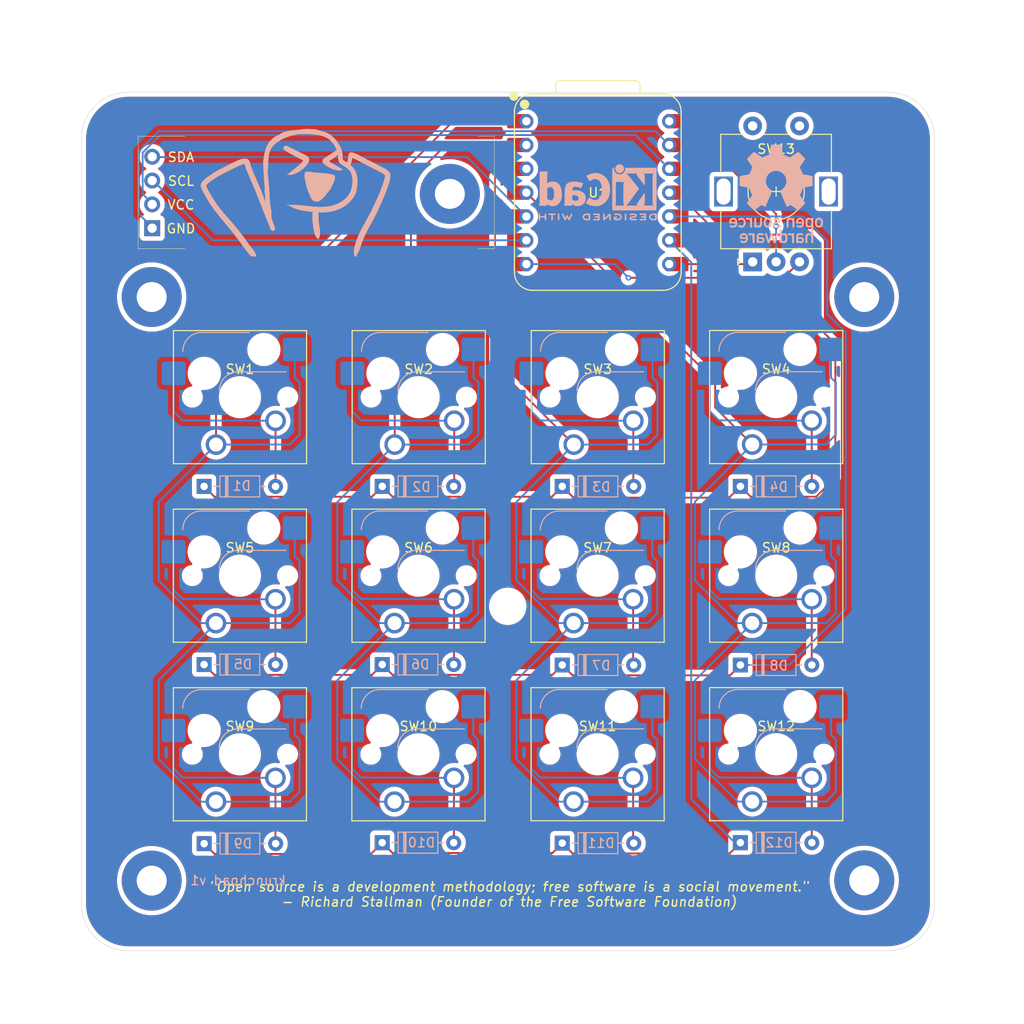
<source format=kicad_pcb>
(kicad_pcb (version 20241229) (generator "pcbnew") (generator_version "9.0")
  (layers (0 "F.Cu" signal) (2 "B.Cu" signal) (13 "F.Paste" user) (15 "B.Paste" user) (5 "F.SilkS" user "F.Silkscreen") (7 "B.SilkS" user "B.Silkscreen") (1 "F.Mask" user) (3 "B.Mask" user) (25 "Edge.Cuts" user))
  (net 0 "")
  (net 1 "Net-(D1-A)")
  (net 2 "R1")
  (net 3 "Net-(D2-A)")
  (net 4 "Net-(D3-A)")
  (net 5 "Net-(D4-A)")
  (net 6 "Net-(D5-A)")
  (net 7 "R2")
  (net 8 "Net-(D6-A)")
  (net 9 "Net-(D7-A)")
  (net 10 "Net-(D8-A)")
  (net 11 "R3")
  (net 12 "Net-(D9-A)")
  (net 13 "Net-(D10-A)")
  (net 14 "Net-(D11-A)")
  (net 15 "Net-(D12-A)")
  (net 16 "Net-(J1-SCL)")
  (net 17 "GND")
  (net 18 "Net-(J1-SDA)")
  (net 19 "+3V3")
  (net 20 "C1")
  (net 21 "C2")
  (net 22 "C3")
  (net 23 "C4")
  (net 24 "GPIO0")
  (net 25 "GPIO1")
  (net 26 "+5V")
  (footprint "Rotary_Encoder:RotaryEncoder_Alps_EC11E-Switch_Vertical_H20mm" (layer "F.Cu") (at 126 55.87 90)
    (property "Reference" "SW13" (at 12.035 2.5 180) (layer "F.SilkS"))
    (property "Value" "RotaryEncoder_Switch")
    (pad "A" thru_hole rect (at 0 0 90) (size 2 2) (drill 1) (layers "*.Cu" "*.Mask") (net 25 "GPIO1"))
    (pad "B" thru_hole circle (at 0 5 90) (size 2 2) (drill 1) (layers "*.Cu" "*.Mask") (net 24 "GPIO0"))
    (pad "C" thru_hole circle (at 0 2.5 90) (size 2 2) (drill 1) (layers "*.Cu" "*.Mask") (net 17 "GND"))
    (pad "MP" thru_hole rect (at 7.5 -3.1 90) (size 3.2 2) (drill oval 2.8 1.5) (layers "*.Cu" "*.Mask"))
    (pad "MP" thru_hole rect (at 7.5 8.1 90) (size 3.2 2) (drill oval 2.8 1.5) (layers "*.Cu" "*.Mask"))
    (pad "S1" thru_hole circle (at 14.5 5 90) (size 2 2) (drill 1) (layers "*.Cu" "*.Mask"))
    (pad "S2" thru_hole circle (at 14.5 0 90) (size 2 2) (drill 1) (layers "*.Cu" "*.Mask"))
  )
  (footprint "dual_hotswap:dual-hotswap_MX" (layer "F.Cu") (at 90.35 108.39)
    (property "Reference" "SW10" (at 0 -2.98 0) (layer "F.SilkS"))
    (property "Value" "SW_Push_45deg")
    (fp_line (start -7.085 -2.54) (end -7.080971 1.529029) (stroke (width 0.2)) (layer "B.Cu"))
    (fp_line (start -7.08 1.53) (end -6.13 2.48) (stroke (width 0.2)) (layer "B.Cu"))
    (fp_line (start -6.13 2.48) (end 3.79 2.52) (stroke (width 0.2)) (layer "B.Cu"))
    (fp_line (start -1.46 5.06) (end 5.33 5.05) (stroke (width 0.2)) (layer "B.Cu"))
    (fp_line (start 5.33 5.05) (end 6.362894 4.008991) (stroke (width 0.2)) (layer "B.Cu"))
    (fp_line (start 5.842 -5.08) (end 5.842 -2.07) (stroke (width 0.2)) (layer "B.Cu"))
    (fp_line (start 5.842 -2.07) (end 6.364348 -1.548875) (stroke (width 0.2)) (layer "B.Cu"))
    (fp_line (start 6.364348 -1.548875) (end 6.362894 4.007992) (stroke (width 0.2)) (layer "B.Cu"))
    (pad "" smd roundrect (at -7.085 -2.54) (size 2.55 2.5) (layers "B.Cu" "B.Mask" "B.Paste") (roundrect_rratio 0.1))
    (pad "" np_thru_hole circle (at -5.08 0) (size 1.75 1.75) (drill 1.75) (layers "*.Cu" "*.Mask"))
    (pad "" np_thru_hole circle (at -3.81 -2.54) (size 3.05 3.05) (drill 3.05) (layers "*.Cu" "*.Mask"))
    (pad "" np_thru_hole circle (at 0 0) (size 4 4) (drill 4) (layers "*.Cu" "*.Mask"))
    (pad "" np_thru_hole circle (at 2.54 -5.08) (size 3.05 3.05) (drill 3.05) (layers "*.Cu" "*.Mask"))
    (pad "" np_thru_hole circle (at 5.08 0) (size 1.75 1.75) (drill 1.75) (layers "*.Cu" "*.Mask"))
    (pad "" smd roundrect (at 5.842 -5.08) (size 2.55 2.5) (layers "B.Cu" "B.Mask" "B.Paste") (roundrect_rratio 0.1))
    (pad "1" thru_hole circle (at -2.56 5.06 180) (size 2.2 2.2) (drill 1.5) (layers "*.Cu" "*.Mask") (net 21 "C2"))
    (pad "2" thru_hole circle (at 3.79 2.52 180) (size 2.2 2.2) (drill 1.5) (layers "*.Cu" "*.Mask") (net 13 "Net-(D10-A)"))
  )
  (footprint "dual_hotswap:dual-hotswap_MX" (layer "F.Cu") (at 128.51 108.38)
    (property "Reference" "SW12" (at 0 -2.98 0) (layer "F.SilkS"))
    (property "Value" "SW_Push_45deg")
    (fp_line (start -7.085 -2.54) (end -7.080971 1.529029) (stroke (width 0.2)) (layer "B.Cu"))
    (fp_line (start -7.08 1.53) (end -6.13 2.48) (stroke (width 0.2)) (layer "B.Cu"))
    (fp_line (start -6.13 2.48) (end 3.79 2.52) (stroke (width 0.2)) (layer "B.Cu"))
    (fp_line (start -1.46 5.06) (end 5.33 5.05) (stroke (width 0.2)) (layer "B.Cu"))
    (fp_line (start 5.33 5.05) (end 6.362894 4.008991) (stroke (width 0.2)) (layer "B.Cu"))
    (fp_line (start 5.842 -5.08) (end 5.842 -2.07) (stroke (width 0.2)) (layer "B.Cu"))
    (fp_line (start 5.842 -2.07) (end 6.364348 -1.548875) (stroke (width 0.2)) (layer "B.Cu"))
    (fp_line (start 6.364348 -1.548875) (end 6.362894 4.007992) (stroke (width 0.2)) (layer "B.Cu"))
    (pad "" smd roundrect (at -7.085 -2.54) (size 2.55 2.5) (layers "B.Cu" "B.Mask" "B.Paste") (roundrect_rratio 0.1))
    (pad "" np_thru_hole circle (at -5.08 0) (size 1.75 1.75) (drill 1.75) (layers "*.Cu" "*.Mask"))
    (pad "" np_thru_hole circle (at -3.81 -2.54) (size 3.05 3.05) (drill 3.05) (layers "*.Cu" "*.Mask"))
    (pad "" np_thru_hole circle (at 0 0) (size 4 4) (drill 4) (layers "*.Cu" "*.Mask"))
    (pad "" np_thru_hole circle (at 2.54 -5.08) (size 3.05 3.05) (drill 3.05) (layers "*.Cu" "*.Mask"))
    (pad "" np_thru_hole circle (at 5.08 0) (size 1.75 1.75) (drill 1.75) (layers "*.Cu" "*.Mask"))
    (pad "" smd roundrect (at 5.842 -5.08) (size 2.55 2.5) (layers "B.Cu" "B.Mask" "B.Paste") (roundrect_rratio 0.1))
    (pad "1" thru_hole circle (at -2.56 5.06 180) (size 2.2 2.2) (drill 1.5) (layers "*.Cu" "*.Mask") (net 23 "C4"))
    (pad "2" thru_hole circle (at 3.79 2.52 180) (size 2.2 2.2) (drill 1.5) (layers "*.Cu" "*.Mask") (net 15 "Net-(D12-A)"))
  )
  (footprint "" (layer "F.Cu") (at 137.9 121.84)
    (property "Reference" "" (at 0 0 0) (layer "F.SilkS") (effects (font (size 1.27 1.27))))
    (property "Value" "")
    (pad "1" thru_hole circle (at 0 0) (size 6.4 6.4) (drill 3.2) (layers "*.Cu" "*.Mask"))
  )
  (footprint "" (layer "F.Cu") (at 137.9 59.62)
    (property "Reference" "" (at 0 0 0) (layer "F.SilkS") (effects (font (size 1.27 1.27))))
    (property "Value" "")
    (pad "1" thru_hole circle (at 0 0) (size 6.4 6.4) (drill 3.2) (layers "*.Cu" "*.Mask"))
  )
  (footprint "MountingHole:MountingHole_3.2mm_M3_Pad" (layer "F.Cu") (at 93.7 48.62)
    (property "Reference" "REF**" (hide yes))
    (property "Value" "MountingHole_3.2mm_M3_Pad" (hide yes))
    (pad "1" thru_hole circle (at 0 0) (size 6.4 6.4) (drill 3.2) (layers "*.Cu" "*.Mask"))
  )
  (footprint "dual_hotswap:dual-hotswap_MX" (layer "F.Cu") (at 90.36 89.34)
    (property "Reference" "SW6" (at 0 -2.98 0) (layer "F.SilkS"))
    (property "Value" "SW_Push_45deg")
    (fp_line (start -7.085 -2.54) (end -7.080971 1.529029) (stroke (width 0.2)) (layer "B.Cu"))
    (fp_line (start -7.08 1.53) (end -6.13 2.48) (stroke (width 0.2)) (layer "B.Cu"))
    (fp_line (start -6.13 2.48) (end 3.79 2.52) (stroke (width 0.2)) (layer "B.Cu"))
    (fp_line (start -1.46 5.06) (end 5.33 5.05) (stroke (width 0.2)) (layer "B.Cu"))
    (fp_line (start 5.33 5.05) (end 6.362894 4.008991) (stroke (width 0.2)) (layer "B.Cu"))
    (fp_line (start 5.842 -5.08) (end 5.842 -2.07) (stroke (width 0.2)) (layer "B.Cu"))
    (fp_line (start 5.842 -2.07) (end 6.364348 -1.548875) (stroke (width 0.2)) (layer "B.Cu"))
    (fp_line (start 6.364348 -1.548875) (end 6.362894 4.007992) (stroke (width 0.2)) (layer "B.Cu"))
    (pad "" smd roundrect (at -7.085 -2.54) (size 2.55 2.5) (layers "B.Cu" "B.Mask" "B.Paste") (roundrect_rratio 0.1))
    (pad "" np_thru_hole circle (at -5.08 0) (size 1.75 1.75) (drill 1.75) (layers "*.Cu" "*.Mask"))
    (pad "" np_thru_hole circle (at -3.81 -2.54) (size 3.05 3.05) (drill 3.05) (layers "*.Cu" "*.Mask"))
    (pad "" np_thru_hole circle (at 0 0) (size 4 4) (drill 4) (layers "*.Cu" "*.Mask"))
    (pad "" np_thru_hole circle (at 2.54 -5.08) (size 3.05 3.05) (drill 3.05) (layers "*.Cu" "*.Mask"))
    (pad "" np_thru_hole circle (at 5.08 0) (size 1.75 1.75) (drill 1.75) (layers "*.Cu" "*.Mask"))
    (pad "" smd roundrect (at 5.842 -5.08) (size 2.55 2.5) (layers "B.Cu" "B.Mask" "B.Paste") (roundrect_rratio 0.1))
    (pad "1" thru_hole circle (at -2.56 5.06 180) (size 2.2 2.2) (drill 1.5) (layers "*.Cu" "*.Mask") (net 21 "C2"))
    (pad "2" thru_hole circle (at 3.79 2.52 180) (size 2.2 2.2) (drill 1.5) (layers "*.Cu" "*.Mask") (net 8 "Net-(D6-A)"))
  )
  (footprint "" (layer "F.Cu") (at 61.9 59.62)
    (property "Reference" "" (at 0 0 0) (layer "F.SilkS") (effects (font (size 1.27 1.27))))
    (property "Value" "")
    (pad "1" thru_hole circle (at 0 0) (size 6.4 6.4) (drill 3.2) (layers "*.Cu" "*.Mask"))
  )
  (footprint "dual_hotswap:dual-hotswap_MX" (layer "F.Cu") (at 128.51 89.34)
    (property "Reference" "SW8" (at 0 -2.98 0) (layer "F.SilkS"))
    (property "Value" "SW_Push_45deg")
    (fp_line (start -7.085 -2.54) (end -7.080971 1.529029) (stroke (width 0.2)) (layer "B.Cu"))
    (fp_line (start -7.08 1.53) (end -6.13 2.48) (stroke (width 0.2)) (layer "B.Cu"))
    (fp_line (start -6.13 2.48) (end 3.79 2.52) (stroke (width 0.2)) (layer "B.Cu"))
    (fp_line (start -1.46 5.06) (end 5.33 5.05) (stroke (width 0.2)) (layer "B.Cu"))
    (fp_line (start 5.33 5.05) (end 6.362894 4.008991) (stroke (width 0.2)) (layer "B.Cu"))
    (fp_line (start 5.842 -5.08) (end 5.842 -2.07) (stroke (width 0.2)) (layer "B.Cu"))
    (fp_line (start 5.842 -2.07) (end 6.364348 -1.548875) (stroke (width 0.2)) (layer "B.Cu"))
    (fp_line (start 6.364348 -1.548875) (end 6.362894 4.007992) (stroke (width 0.2)) (layer "B.Cu"))
    (pad "" smd roundrect (at -7.085 -2.54) (size 2.55 2.5) (layers "B.Cu" "B.Mask" "B.Paste") (roundrect_rratio 0.1))
    (pad "" np_thru_hole circle (at -5.08 0) (size 1.75 1.75) (drill 1.75) (layers "*.Cu" "*.Mask"))
    (pad "" np_thru_hole circle (at -3.81 -2.54) (size 3.05 3.05) (drill 3.05) (layers "*.Cu" "*.Mask"))
    (pad "" np_thru_hole circle (at 0 0) (size 4 4) (drill 4) (layers "*.Cu" "*.Mask"))
    (pad "" np_thru_hole circle (at 2.54 -5.08) (size 3.05 3.05) (drill 3.05) (layers "*.Cu" "*.Mask"))
    (pad "" np_thru_hole circle (at 5.08 0) (size 1.75 1.75) (drill 1.75) (layers "*.Cu" "*.Mask"))
    (pad "" smd roundrect (at 5.842 -5.08) (size 2.55 2.5) (layers "B.Cu" "B.Mask" "B.Paste") (roundrect_rratio 0.1))
    (pad "1" thru_hole circle (at -2.56 5.06 180) (size 2.2 2.2) (drill 1.5) (layers "*.Cu" "*.Mask") (net 23 "C4"))
    (pad "2" thru_hole circle (at 3.79 2.52 180) (size 2.2 2.2) (drill 1.5) (layers "*.Cu" "*.Mask") (net 10 "Net-(D8-A)"))
  )
  (footprint "" (layer "F.Cu") (at 61.9 121.87)
    (property "Reference" "" (at 0 0 0) (layer "F.SilkS") (effects (font (size 1.27 1.27))))
    (property "Value" "")
    (pad "1" thru_hole circle (at 0 0) (size 6.4 6.4) (drill 3.2) (layers "*.Cu" "*.Mask"))
  )
  (footprint "dual_hotswap:dual-hotswap_MX" (layer "F.Cu") (at 128.51 70.29)
    (property "Reference" "SW4" (at 0 -2.98 0) (layer "F.SilkS"))
    (property "Value" "SW_Push_45deg")
    (fp_line (start -7.085 -2.54) (end -7.080971 1.529029) (stroke (width 0.2)) (layer "B.Cu"))
    (fp_line (start -7.08 1.53) (end -6.13 2.48) (stroke (width 0.2)) (layer "B.Cu"))
    (fp_line (start -6.13 2.48) (end 3.79 2.52) (stroke (width 0.2)) (layer "B.Cu"))
    (fp_line (start -1.46 5.06) (end 5.33 5.05) (stroke (width 0.2)) (layer "B.Cu"))
    (fp_line (start 5.33 5.05) (end 6.362894 4.008991) (stroke (width 0.2)) (layer "B.Cu"))
    (fp_line (start 5.842 -5.08) (end 5.842 -2.07) (stroke (width 0.2)) (layer "B.Cu"))
    (fp_line (start 5.842 -2.07) (end 6.364348 -1.548875) (stroke (width 0.2)) (layer "B.Cu"))
    (fp_line (start 6.364348 -1.548875) (end 6.362894 4.007992) (stroke (width 0.2)) (layer "B.Cu"))
    (pad "" smd roundrect (at -7.085 -2.54) (size 2.55 2.5) (layers "B.Cu" "B.Mask" "B.Paste") (roundrect_rratio 0.1))
    (pad "" np_thru_hole circle (at -5.08 0) (size 1.75 1.75) (drill 1.75) (layers "*.Cu" "*.Mask"))
    (pad "" np_thru_hole circle (at -3.81 -2.54) (size 3.05 3.05) (drill 3.05) (layers "*.Cu" "*.Mask"))
    (pad "" np_thru_hole circle (at 0 0) (size 4 4) (drill 4) (layers "*.Cu" "*.Mask"))
    (pad "" np_thru_hole circle (at 2.54 -5.08) (size 3.05 3.05) (drill 3.05) (layers "*.Cu" "*.Mask"))
    (pad "" np_thru_hole circle (at 5.08 0) (size 1.75 1.75) (drill 1.75) (layers "*.Cu" "*.Mask"))
    (pad "" smd roundrect (at 5.842 -5.08) (size 2.55 2.5) (layers "B.Cu" "B.Mask" "B.Paste") (roundrect_rratio 0.1))
    (pad "1" thru_hole circle (at -2.56 5.06 180) (size 2.2 2.2) (drill 1.5) (layers "*.Cu" "*.Mask") (net 23 "C4"))
    (pad "2" thru_hole circle (at 3.79 2.52 180) (size 2.2 2.2) (drill 1.5) (layers "*.Cu" "*.Mask") (net 5 "Net-(D4-A)"))
  )
  (footprint "dual_hotswap:dual-hotswap_MX" (layer "F.Cu") (at 71.31 89.34)
    (property "Reference" "SW5" (at 0 -2.98 0) (layer "F.SilkS"))
    (property "Value" "SW_Push_45deg")
    (fp_line (start -7.085 -2.54) (end -7.080971 1.529029) (stroke (width 0.2)) (layer "B.Cu"))
    (fp_line (start -7.08 1.53) (end -6.13 2.48) (stroke (width 0.2)) (layer "B.Cu"))
    (fp_line (start -6.13 2.48) (end 3.79 2.52) (stroke (width 0.2)) (layer "B.Cu"))
    (fp_line (start -1.46 5.06) (end 5.33 5.05) (stroke (width 0.2)) (layer "B.Cu"))
    (fp_line (start 5.33 5.05) (end 6.362894 4.008991) (stroke (width 0.2)) (layer "B.Cu"))
    (fp_line (start 5.842 -5.08) (end 5.842 -2.07) (stroke (width 0.2)) (layer "B.Cu"))
    (fp_line (start 5.842 -2.07) (end 6.364348 -1.548875) (stroke (width 0.2)) (layer "B.Cu"))
    (fp_line (start 6.364348 -1.548875) (end 6.362894 4.007992) (stroke (width 0.2)) (layer "B.Cu"))
    (pad "" smd roundrect (at -7.085 -2.54) (size 2.55 2.5) (layers "B.Cu" "B.Mask" "B.Paste") (roundrect_rratio 0.1))
    (pad "" np_thru_hole circle (at -5.08 0) (size 1.75 1.75) (drill 1.75) (layers "*.Cu" "*.Mask"))
    (pad "" np_thru_hole circle (at -3.81 -2.54) (size 3.05 3.05) (drill 3.05) (layers "*.Cu" "*.Mask"))
    (pad "" np_thru_hole circle (at 0 0) (size 4 4) (drill 4) (layers "*.Cu" "*.Mask"))
    (pad "" np_thru_hole circle (at 2.54 -5.08) (size 3.05 3.05) (drill 3.05) (layers "*.Cu" "*.Mask"))
    (pad "" np_thru_hole circle (at 5.08 0) (size 1.75 1.75) (drill 1.75) (layers "*.Cu" "*.Mask"))
    (pad "" smd roundrect (at 5.842 -5.08) (size 2.55 2.5) (layers "B.Cu" "B.Mask" "B.Paste") (roundrect_rratio 0.1))
    (pad "1" thru_hole circle (at -2.56 5.06 180) (size 2.2 2.2) (drill 1.5) (layers "*.Cu" "*.Mask") (net 20 "C1"))
    (pad "2" thru_hole circle (at 3.79 2.52 180) (size 2.2 2.2) (drill 1.5) (layers "*.Cu" "*.Mask") (net 6 "Net-(D5-A)"))
  )
  (footprint "MountingHole:MountingHole_3.5mm" (layer "F.Cu") (at 99.8728 92.6084)
    (property "Reference" "REF**" (hide yes))
    (property "Value" "MountingHole_3.5mm" (hide yes))
    (pad "" np_thru_hole circle (at 0 0) (size 3.5 3.5) (drill 3.5) (layers "*.Cu" "*.Mask"))
  )
  (footprint "dual_hotswap:dual-hotswap_MX" (layer "F.Cu") (at 109.48 70.3)
    (property "Reference" "SW3" (at 0 -2.98 0) (layer "F.SilkS"))
    (property "Value" "SW_Push_45deg")
    (fp_line (start -7.085 -2.54) (end -7.080971 1.529029) (stroke (width 0.2)) (layer "B.Cu"))
    (fp_line (start -7.08 1.53) (end -6.13 2.48) (stroke (width 0.2)) (layer "B.Cu"))
    (fp_line (start -6.13 2.48) (end 3.79 2.52) (stroke (width 0.2)) (layer "B.Cu"))
    (fp_line (start -1.46 5.06) (end 5.33 5.05) (stroke (width 0.2)) (layer "B.Cu"))
    (fp_line (start 5.33 5.05) (end 6.362894 4.008991) (stroke (width 0.2)) (layer "B.Cu"))
    (fp_line (start 5.842 -5.08) (end 5.842 -2.07) (stroke (width 0.2)) (layer "B.Cu"))
    (fp_line (start 5.842 -2.07) (end 6.364348 -1.548875) (stroke (width 0.2)) (layer "B.Cu"))
    (fp_line (start 6.364348 -1.548875) (end 6.362894 4.007992) (stroke (width 0.2)) (layer "B.Cu"))
    (pad "" smd roundrect (at -7.085 -2.54) (size 2.55 2.5) (layers "B.Cu" "B.Mask" "B.Paste") (roundrect_rratio 0.1))
    (pad "" np_thru_hole circle (at -5.08 0) (size 1.75 1.75) (drill 1.75) (layers "*.Cu" "*.Mask"))
    (pad "" np_thru_hole circle (at -3.81 -2.54) (size 3.05 3.05) (drill 3.05) (layers "*.Cu" "*.Mask"))
    (pad "" np_thru_hole circle (at 0 0) (size 4 4) (drill 4) (layers "*.Cu" "*.Mask"))
    (pad "" np_thru_hole circle (at 2.54 -5.08) (size 3.05 3.05) (drill 3.05) (layers "*.Cu" "*.Mask"))
    (pad "" np_thru_hole circle (at 5.08 0) (size 1.75 1.75) (drill 1.75) (layers "*.Cu" "*.Mask"))
    (pad "" smd roundrect (at 5.842 -5.08) (size 2.55 2.5) (layers "B.Cu" "B.Mask" "B.Paste") (roundrect_rratio 0.1))
    (pad "1" thru_hole circle (at -2.56 5.06 180) (size 2.2 2.2) (drill 1.5) (layers "*.Cu" "*.Mask") (net 22 "C3"))
    (pad "2" thru_hole circle (at 3.79 2.52 180) (size 2.2 2.2) (drill 1.5) (layers "*.Cu" "*.Mask") (net 4 "Net-(D3-A)"))
  )
  (footprint "Seeed-XIAO:XIAO-RP2040-DIP" (layer "F.Cu") (at 109.48 48.4885)
    (property "Reference" "U1" (at 0 0 0) (layer "F.SilkS"))
    (property "Value" "XIAO-RP2040-DIP")
    (pad "1" smd roundrect (at -8.455 -7.62 180) (size 2.432 1.524) (layers "F.Cu" "F.Mask") (roundrect_rratio 0.1) (net 20 "C1"))
    (pad "1" thru_hole circle (at -7.62 -7.62 180) (size 1.524 1.524) (drill 0.889) (layers "*.Cu" "*.Mask") (net 20 "C1"))
    (pad "2" smd roundrect (at -8.455 -5.08 180) (size 2.432 1.524) (layers "F.Cu" "F.Mask") (roundrect_rratio 0.1) (net 21 "C2"))
    (pad "2" thru_hole circle (at -7.62 -5.08 180) (size 1.524 1.524) (drill 0.889) (layers "*.Cu" "*.Mask") (net 21 "C2"))
    (pad "3" smd roundrect (at -8.455 -2.54 180) (size 2.432 1.524) (layers "F.Cu" "F.Mask") (roundrect_rratio 0.1) (net 22 "C3"))
    (pad "3" thru_hole circle (at -7.62 -2.54 180) (size 1.524 1.524) (drill 0.889) (layers "*.Cu" "*.Mask") (net 22 "C3"))
    (pad "4" smd roundrect (at -8.455 0 180) (size 2.432 1.524) (layers "F.Cu" "F.Mask") (roundrect_rratio 0.1) (net 23 "C4"))
    (pad "4" thru_hole circle (at -7.62 0 180) (size 1.524 1.524) (drill 0.889) (layers "*.Cu" "*.Mask") (net 23 "C4"))
    (pad "5" smd roundrect (at -8.455 2.54 180) (size 2.432 1.524) (layers "F.Cu" "F.Mask") (roundrect_rratio 0.1) (net 18 "Net-(J1-SDA)"))
    (pad "5" thru_hole circle (at -7.62 2.54 180) (size 1.524 1.524) (drill 0.889) (layers "*.Cu" "*.Mask") (net 18 "Net-(J1-SDA)"))
    (pad "6" smd roundrect (at -8.455 5.08 180) (size 2.432 1.524) (layers "F.Cu" "F.Mask") (roundrect_rratio 0.1) (net 16 "Net-(J1-SCL)"))
    (pad "6" thru_hole circle (at -7.62 5.08 180) (size 1.524 1.524) (drill 0.889) (layers "*.Cu" "*.Mask") (net 16 "Net-(J1-SCL)"))
    (pad "7" smd roundrect (at -8.455 7.62 180) (size 2.432 1.524) (layers "F.Cu" "F.Mask") (roundrect_rratio 0.1) (net 24 "GPIO0"))
    (pad "7" thru_hole circle (at -7.62 7.62 180) (size 1.524 1.524) (drill 0.889) (layers "*.Cu" "*.Mask") (net 24 "GPIO0"))
    (pad "8" thru_hole circle (at 7.62 7.62) (size 1.524 1.524) (drill 0.889) (layers "*.Cu" "*.Mask") (net 25 "GPIO1"))
    (pad "8" smd roundrect (at 8.455 7.62) (size 2.432 1.524) (layers "F.Cu" "F.Mask") (roundrect_rratio 0.1) (net 25 "GPIO1"))
    (pad "9" thru_hole circle (at 7.62 5.08) (size 1.524 1.524) (drill 0.889) (layers "*.Cu" "*.Mask") (net 11 "R3"))
    (pad "9" smd roundrect (at 8.455 5.08) (size 2.432 1.524) (layers "F.Cu" "F.Mask") (roundrect_rratio 0.1) (net 11 "R3"))
    (pad "10" thru_hole circle (at 7.62 2.54) (size 1.524 1.524) (drill 0.889) (layers "*.Cu" "*.Mask") (net 7 "R2"))
    (pad "10" smd roundrect (at 8.455 2.54) (size 2.432 1.524) (layers "F.Cu" "F.Mask") (roundrect_rratio 0.1) (net 7 "R2"))
    (pad "11" thru_hole circle (at 7.62 0) (size 1.524 1.524) (drill 0.889) (layers "*.Cu" "*.Mask") (net 2 "R1"))
    (pad "11" smd roundrect (at 8.455 0) (size 2.432 1.524) (layers "F.Cu" "F.Mask") (roundrect_rratio 0.1) (net 2 "R1"))
    (pad "12" thru_hole circle (at 7.62 -2.54) (size 1.524 1.524) (drill 0.889) (layers "*.Cu" "*.Mask") (net 19 "+3V3"))
    (pad "12" smd roundrect (at 8.455 -2.54) (size 2.432 1.524) (layers "F.Cu" "F.Mask") (roundrect_rratio 0.1) (net 19 "+3V3"))
    (pad "13" thru_hole circle (at 7.62 -5.08) (size 1.524 1.524) (drill 0.889) (layers "*.Cu" "*.Mask") (net 17 "GND"))
    (pad "13" smd roundrect (at 8.455 -5.08) (size 2.432 1.524) (layers "F.Cu" "F.Mask") (roundrect_rratio 0.1) (net 17 "GND"))
    (pad "14" thru_hole circle (at 7.62 -7.62) (size 1.524 1.524) (drill 0.889) (layers "*.Cu" "*.Mask") (net 26 "+5V"))
    (pad "14" smd roundrect (at 8.455 -7.62) (size 2.432 1.524) (layers "F.Cu" "F.Mask") (roundrect_rratio 0.1) (net 26 "+5V"))
  )
  (footprint "0.91-OLED:SSD1306-0.91-OLED-4pin-128x32" (layer "F.Cu") (at 98.45 54.47 180)
    (property "Reference" "J1" (hide yes))
    (property "Value" "OLED_128x32")
    (fp_text user "SDA" (at 33.426 9.766 180) (layer "F.SilkS"))
    (fp_text user "VCC" (at 33.426 4.686 180) (layer "F.SilkS"))
    (fp_text user "SCL" (at 33.426 7.226 180) (layer "F.SilkS"))
    (fp_text user "GND" (at 33.426 2.146 180) (layer "F.SilkS"))
    (pad "1" thru_hole rect (at 36.5 2.19 180) (size 1.7 1.7) (drill 1) (layers "*.Cu" "*.Mask") (net 17 "GND"))
    (pad "2" thru_hole oval (at 36.5 4.73 180) (size 1.7 1.7) (drill 1) (layers "*.Cu" "*.Mask") (net 19 "+3V3"))
    (pad "3" thru_hole oval (at 36.5 7.27 180) (size 1.7 1.7) (drill 1) (layers "*.Cu" "*.Mask") (net 16 "Net-(J1-SCL)"))
    (pad "4" thru_hole oval (at 36.5 9.81 180) (size 1.7 1.7) (drill 1) (layers "*.Cu" "*.Mask") (net 18 "Net-(J1-SDA)"))
  )
  (footprint "dual_hotswap:dual-hotswap_MX" (layer "F.Cu") (at 90.38 70.3)
    (property "Reference" "SW2" (at 0 -2.98 0) (layer "F.SilkS"))
    (property "Value" "SW_Push_45deg")
    (fp_line (start -7.085 -2.54) (end -7.080971 1.529029) (stroke (width 0.2)) (layer "B.Cu"))
    (fp_line (start -7.08 1.53) (end -6.13 2.48) (stroke (width 0.2)) (layer "B.Cu"))
    (fp_line (start -6.13 2.48) (end 3.79 2.52) (stroke (width 0.2)) (layer "B.Cu"))
    (fp_line (start -1.46 5.06) (end 5.33 5.05) (stroke (width 0.2)) (layer "B.Cu"))
    (fp_line (start 5.33 5.05) (end 6.362894 4.008991) (stroke (width 0.2)) (layer "B.Cu"))
    (fp_line (start 5.842 -5.08) (end 5.842 -2.07) (stroke (width 0.2)) (layer "B.Cu"))
    (fp_line (start 5.842 -2.07) (end 6.364348 -1.548875) (stroke (width 0.2)) (layer "B.Cu"))
    (fp_line (start 6.364348 -1.548875) (end 6.362894 4.007992) (stroke (width 0.2)) (layer "B.Cu"))
    (pad "" smd roundrect (at -7.085 -2.54) (size 2.55 2.5) (layers "B.Cu" "B.Mask" "B.Paste") (roundrect_rratio 0.1))
    (pad "" np_thru_hole circle (at -5.08 0) (size 1.75 1.75) (drill 1.75) (layers "*.Cu" "*.Mask"))
    (pad "" np_thru_hole circle (at -3.81 -2.54) (size 3.05 3.05) (drill 3.05) (layers "*.Cu" "*.Mask"))
    (pad "" np_thru_hole circle (at 0 0) (size 4 4) (drill 4) (layers "*.Cu" "*.Mask"))
    (pad "" np_thru_hole circle (at 2.54 -5.08) (size 3.05 3.05) (drill 3.05) (layers "*.Cu" "*.Mask"))
    (pad "" np_thru_hole circle (at 5.08 0) (size 1.75 1.75) (drill 1.75) (layers "*.Cu" "*.Mask"))
    (pad "" smd roundrect (at 5.842 -5.08) (size 2.55 2.5) (layers "B.Cu" "B.Mask" "B.Paste") (roundrect_rratio 0.1))
    (pad "1" thru_hole circle (at -2.56 5.06 180) (size 2.2 2.2) (drill 1.5) (layers "*.Cu" "*.Mask") (net 21 "C2"))
    (pad "2" thru_hole circle (at 3.79 2.52 180) (size 2.2 2.2) (drill 1.5) (layers "*.Cu" "*.Mask") (net 3 "Net-(D2-A)"))
  )
  (footprint "dual_hotswap:dual-hotswap_MX" (layer "F.Cu") (at 109.46 108.385)
    (property "Reference" "SW11" (at 0 -2.98 0) (layer "F.SilkS"))
    (property "Value" "SW_Push_45deg")
    (fp_line (start -7.085 -2.54) (end -7.080971 1.529029) (stroke (width 0.2)) (layer "B.Cu"))
    (fp_line (start -7.08 1.53) (end -6.13 2.48) (stroke (width 0.2)) (layer "B.Cu"))
    (fp_line (start -6.13 2.48) (end 3.79 2.52) (stroke (width 0.2)) (layer "B.Cu"))
    (fp_line (start -1.46 5.06) (end 5.33 5.05) (stroke (width 0.2)) (layer "B.Cu"))
    (fp_line (start 5.33 5.05) (end 6.362894 4.008991) (stroke (width 0.2)) (layer "B.Cu"))
    (fp_line (start 5.842 -5.08) (end 5.842 -2.07) (stroke (width 0.2)) (layer "B.Cu"))
    (fp_line (start 5.842 -2.07) (end 6.364348 -1.548875) (stroke (width 0.2)) (layer "B.Cu"))
    (fp_line (start 6.364348 -1.548875) (end 6.362894 4.007992) (stroke (width 0.2)) (layer "B.Cu"))
    (pad "" smd roundrect (at -7.085 -2.54) (size 2.55 2.5) (layers "B.Cu" "B.Mask" "B.Paste") (roundrect_rratio 0.1))
    (pad "" np_thru_hole circle (at -5.08 0) (size 1.75 1.75) (drill 1.75) (layers "*.Cu" "*.Mask"))
    (pad "" np_thru_hole circle (at -3.81 -2.54) (size 3.05 3.05) (drill 3.05) (layers "*.Cu" "*.Mask"))
    (pad "" np_thru_hole circle (at 0 0) (size 4 4) (drill 4) (layers "*.Cu" "*.Mask"))
    (pad "" np_thru_hole circle (at 2.54 -5.08) (size 3.05 3.05) (drill 3.05) (layers "*.Cu" "*.Mask"))
    (pad "" np_thru_hole circle (at 5.08 0) (size 1.75 1.75) (drill 1.75) (layers "*.Cu" "*.Mask"))
    (pad "" smd roundrect (at 5.842 -5.08) (size 2.55 2.5) (layers "B.Cu" "B.Mask" "B.Paste") (roundrect_rratio 0.1))
    (pad "1" thru_hole circle (at -2.56 5.06 180) (size 2.2 2.2) (drill 1.5) (layers "*.Cu" "*.Mask") (net 22 "C3"))
    (pad "2" thru_hole circle (at 3.79 2.52 180) (size 2.2 2.2) (drill 1.5) (layers "*.Cu" "*.Mask") (net 14 "Net-(D11-A)"))
  )
  (footprint "dual_hotswap:dual-hotswap_MX" (layer "F.Cu") (at 109.46 89.34)
    (property "Reference" "SW7" (at 0 -2.98 0) (layer "F.SilkS"))
    (property "Value" "SW_Push_45deg")
    (fp_line (start -7.085 -2.54) (end -7.080971 1.529029) (stroke (width 0.2)) (layer "B.Cu"))
    (fp_line (start -7.08 1.53) (end -6.13 2.48) (stroke (width 0.2)) (layer "B.Cu"))
    (fp_line (start -6.13 2.48) (end 3.79 2.52) (stroke (width 0.2)) (layer "B.Cu"))
    (fp_line (start -1.46 5.06) (end 5.33 5.05) (stroke (width 0.2)) (layer "B.Cu"))
    (fp_line (start 5.33 5.05) (end 6.362894 4.008991) (stroke (width 0.2)) (layer "B.Cu"))
    (fp_line (start 5.842 -5.08) (end 5.842 -2.07) (stroke (width 0.2)) (layer "B.Cu"))
    (fp_line (start 5.842 -2.07) (end 6.364348 -1.548875) (stroke (width 0.2)) (layer "B.Cu"))
    (fp_line (start 6.364348 -1.548875) (end 6.362894 4.007992) (stroke (width 0.2)) (layer "B.Cu"))
    (pad "" smd roundrect (at -7.085 -2.54) (size 2.55 2.5) (layers "B.Cu" "B.Mask" "B.Paste") (roundrect_rratio 0.1))
    (pad "" np_thru_hole circle (at -5.08 0) (size 1.75 1.75) (drill 1.75) (layers "*.Cu" "*.Mask"))
    (pad "" np_thru_hole circle (at -3.81 -2.54) (size 3.05 3.05) (drill 3.05) (layers "*.Cu" "*.Mask"))
    (pad "" np_thru_hole circle (at 0 0) (size 4 4) (drill 4) (layers "*.Cu" "*.Mask"))
    (pad "" np_thru_hole circle (at 2.54 -5.08) (size 3.05 3.05) (drill 3.05) (layers "*.Cu" "*.Mask"))
    (pad "" np_thru_hole circle (at 5.08 0) (size 1.75 1.75) (drill 1.75) (layers "*.Cu" "*.Mask"))
    (pad "" smd roundrect (at 5.842 -5.08) (size 2.55 2.5) (layers "B.Cu" "B.Mask" "B.Paste") (roundrect_rratio 0.1))
    (pad "1" thru_hole circle (at -2.56 5.06 180) (size 2.2 2.2) (drill 1.5) (layers "*.Cu" "*.Mask") (net 22 "C3"))
    (pad "2" thru_hole circle (at 3.79 2.52 180) (size 2.2 2.2) (drill 1.5) (layers "*.Cu" "*.Mask") (net 9 "Net-(D7-A)"))
  )
  (footprint "dual_hotswap:dual-hotswap_MX" (layer "F.Cu") (at 71.32 70.3)
    (property "Reference" "SW1" (at 0 -2.98 0) (layer "F.SilkS"))
    (property "Value" "SW_Push_45deg")
    (fp_line (start -7.085 -2.54) (end -7.080971 1.529029) (stroke (width 0.2)) (layer "B.Cu"))
    (fp_line (start -7.08 1.53) (end -6.13 2.48) (stroke (width 0.2)) (layer "B.Cu"))
    (fp_line (start -6.13 2.48) (end 3.79 2.52) (stroke (width 0.2)) (layer "B.Cu"))
    (fp_line (start -1.46 5.06) (end 5.33 5.05) (stroke (width 0.2)) (layer "B.Cu"))
    (fp_line (start 5.33 5.05) (end 6.362894 4.008991) (stroke (width 0.2)) (layer "B.Cu"))
    (fp_line (start 5.842 -5.08) (end 5.842 -2.07) (stroke (width 0.2)) (layer "B.Cu"))
    (fp_line (start 5.842 -2.07) (end 6.364348 -1.548875) (stroke (width 0.2)) (layer "B.Cu"))
    (fp_line (start 6.364348 -1.548875) (end 6.362894 4.007992) (stroke (width 0.2)) (layer "B.Cu"))
    (pad "" smd roundrect (at -7.085 -2.54) (size 2.55 2.5) (layers "B.Cu" "B.Mask" "B.Paste") (roundrect_rratio 0.1))
    (pad "" np_thru_hole circle (at -5.08 0) (size 1.75 1.75) (drill 1.75) (layers "*.Cu" "*.Mask"))
    (pad "" np_thru_hole circle (at -3.81 -2.54) (size 3.05 3.05) (drill 3.05) (layers "*.Cu" "*.Mask"))
    (pad "" np_thru_hole circle (at 0 0) (size 4 4) (drill 4) (layers "*.Cu" "*.Mask"))
    (pad "" np_thru_hole circle (at 2.54 -5.08) (size 3.05 3.05) (drill 3.05) (layers "*.Cu" "*.Mask"))
    (pad "" np_thru_hole circle (at 5.08 0) (size 1.75 1.75) (drill 1.75) (layers "*.Cu" "*.Mask"))
    (pad "" smd roundrect (at 5.842 -5.08) (size 2.55 2.5) (layers "B.Cu" "B.Mask" "B.Paste") (roundrect_rratio 0.1))
    (pad "1" thru_hole circle (at -2.56 5.06 180) (size 2.2 2.2) (drill 1.5) (layers "*.Cu" "*.Mask") (net 20 "C1"))
    (pad "2" thru_hole circle (at 3.79 2.52 180) (size 2.2 2.2) (drill 1.5) (layers "*.Cu" "*.Mask") (net 1 "Net-(D1-A)"))
  )
  (footprint "dual_hotswap:dual-hotswap_MX" (layer "F.Cu") (at 71.31 108.39)
    (property "Reference" "SW9" (at 0 -2.98 0) (layer "F.SilkS"))
    (property "Value" "SW_Push_45deg")
    (fp_line (start -7.085 -2.54) (end -7.080971 1.529029) (stroke (width 0.2)) (layer "B.Cu"))
    (fp_line (start -7.08 1.53) (end -6.13 2.48) (stroke (width 0.2)) (layer "B.Cu"))
    (fp_line (start -6.13 2.48) (end 3.79 2.52) (stroke (width 0.2)) (layer "B.Cu"))
    (fp_line (start -1.46 5.06) (end 5.33 5.05) (stroke (width 0.2)) (layer "B.Cu"))
    (fp_line (start 5.33 5.05) (end 6.362894 4.008991) (stroke (width 0.2)) (layer "B.Cu"))
    (fp_line (start 5.842 -5.08) (end 5.842 -2.07) (stroke (width 0.2)) (layer "B.Cu"))
    (fp_line (start 5.842 -2.07) (end 6.364348 -1.548875) (stroke (width 0.2)) (layer "B.Cu"))
    (fp_line (start 6.364348 -1.548875) (end 6.362894 4.007992) (stroke (width 0.2)) (layer "B.Cu"))
    (pad "" smd roundrect (at -7.085 -2.54) (size 2.55 2.5) (layers "B.Cu" "B.Mask" "B.Paste") (roundrect_rratio 0.1))
    (pad "" np_thru_hole circle (at -5.08 0) (size 1.75 1.75) (drill 1.75) (layers "*.Cu" "*.Mask"))
    (pad "" np_thru_hole circle (at -3.81 -2.54) (size 3.05 3.05) (drill 3.05) (layers "*.Cu" "*.Mask"))
    (pad "" np_thru_hole circle (at 0 0) (size 4 4) (drill 4) (layers "*.Cu" "*.Mask"))
    (pad "" np_thru_hole circle (at 2.54 -5.08) (size 3.05 3.05) (drill 3.05) (layers "*.Cu" "*.Mask"))
    (pad "" np_thru_hole circle (at 5.08 0) (size 1.75 1.75) (drill 1.75) (layers "*.Cu" "*.Mask"))
    (pad "" smd roundrect (at 5.842 -5.08) (size 2.55 2.5) (layers "B.Cu" "B.Mask" "B.Paste") (roundrect_rratio 0.1))
    (pad "1" thru_hole circle (at -2.56 5.06 180) (size 2.2 2.2) (drill 1.5) (layers "*.Cu" "*.Mask") (net 20 "C1"))
    (pad "2" thru_hole circle (at 3.79 2.52 180) (size 2.2 2.2) (drill 1.5) (layers "*.Cu" "*.Mask") (net 12 "Net-(D9-A)"))
  )
  (footprint "LOGO" (layer "B.Cu") (at 76.3 48.62 180)
    (property "Reference" "G***" (hide yes))
    (property "Value" "LOGO" (hide yes))
  )
  (footprint "Diode_THT:D_DO-35_SOD27_P7.62mm_Horizontal" (layer "B.Cu") (at 67.49 98.82)
    (property "Reference" "D5" (at 4.138 -0.014 0) (layer "B.SilkS") (effects (justify mirror)))
    (property "Value" "1N4148")
    (pad "1" thru_hole rect (at 0 0) (size 1.6 1.6) (drill 0.8) (layers "*.Cu" "*.Mask") (net 7 "R2"))
    (pad "2" thru_hole oval (at 7.62 0) (size 1.6 1.6) (drill 0.8) (layers "*.Cu" "*.Mask") (net 6 "Net-(D5-A)"))
  )
  (footprint "Diode_THT:D_DO-35_SOD27_P7.62mm_Horizontal" (layer "B.Cu") (at 86.49 98.82)
    (property "Reference" "D6" (at 4.061 -0.014 0) (layer "B.SilkS") (effects (justify mirror)))
    (property "Value" "1N4148")
    (pad "1" thru_hole rect (at 0 0) (size 1.6 1.6) (drill 0.8) (layers "*.Cu" "*.Mask") (net 7 "R2"))
    (pad "2" thru_hole oval (at 7.62 0) (size 1.6 1.6) (drill 0.8) (layers "*.Cu" "*.Mask") (net 8 "Net-(D6-A)"))
  )
  (footprint "Diode_THT:D_DO-35_SOD27_P7.62mm_Horizontal" (layer "B.Cu") (at 86.49 117.82)
    (property "Reference" "D10" (at 4.188 0 0) (layer "B.SilkS") (effects (justify mirror)))
    (property "Value" "1N4148")
    (pad "1" thru_hole rect (at 0 0) (size 1.6 1.6) (drill 0.8) (layers "*.Cu" "*.Mask") (net 11 "R3"))
    (pad "2" thru_hole oval (at 7.62 0) (size 1.6 1.6) (drill 0.8) (layers "*.Cu" "*.Mask") (net 13 "Net-(D10-A)"))
  )
  (footprint "Diode_THT:D_DO-35_SOD27_P7.62mm_Horizontal" (layer "B.Cu") (at 105.69 117.87)
    (property "Reference" "D11" (at 4.128 0 0) (layer "B.SilkS") (effects (justify mirror)))
    (property "Value" "1N4148")
    (pad "1" thru_hole rect (at 0 0) (size 1.6 1.6) (drill 0.8) (layers "*.Cu" "*.Mask") (net 11 "R3"))
    (pad "2" thru_hole oval (at 7.62 0) (size 1.6 1.6) (drill 0.8) (layers "*.Cu" "*.Mask") (net 14 "Net-(D11-A)"))
  )
  (footprint "Diode_THT:D_DO-35_SOD27_P7.62mm_Horizontal" (layer "B.Cu") (at 124.69 98.87)
    (property "Reference" "D8" (at 4.088 0.063 0) (layer "B.SilkS") (effects (justify mirror)))
    (property "Value" "1N4148")
    (pad "1" thru_hole rect (at 0 0) (size 1.6 1.6) (drill 0.8) (layers "*.Cu" "*.Mask") (net 7 "R2"))
    (pad "2" thru_hole oval (at 7.62 0) (size 1.6 1.6) (drill 0.8) (layers "*.Cu" "*.Mask") (net 10 "Net-(D8-A)"))
  )
  (footprint "Diode_THT:D_DO-35_SOD27_P7.62mm_Horizontal" (layer "B.Cu") (at 124.69 117.82)
    (property "Reference" "D12" (at 4.128 0 0) (layer "B.SilkS") (effects (justify mirror)))
    (property "Value" "1N4148")
    (pad "1" thru_hole rect (at 0 0) (size 1.6 1.6) (drill 0.8) (layers "*.Cu" "*.Mask") (net 11 "R3"))
    (pad "2" thru_hole oval (at 7.62 0) (size 1.6 1.6) (drill 0.8) (layers "*.Cu" "*.Mask") (net 15 "Net-(D12-A)"))
  )
  (footprint "Diode_THT:D_DO-35_SOD27_P7.62mm_Horizontal" (layer "B.Cu") (at 105.69 79.82)
    (property "Reference" "D3" (at 4.165 0.063 0) (layer "B.SilkS") (effects (justify mirror)))
    (property "Value" "1N4148")
    (pad "1" thru_hole rect (at 0 0) (size 1.6 1.6) (drill 0.8) (layers "*.Cu" "*.Mask") (net 2 "R1"))
    (pad "2" thru_hole oval (at 7.62 0) (size 1.6 1.6) (drill 0.8) (layers "*.Cu" "*.Mask") (net 4 "Net-(D3-A)"))
  )
  (footprint "Diode_THT:D_DO-35_SOD27_P7.62mm_Horizontal" (layer "B.Cu") (at 105.69 98.87)
    (property "Reference" "D7" (at 4.165 0.063 0) (layer "B.SilkS") (effects (justify mirror)))
    (property "Value" "1N4148")
    (pad "1" thru_hole rect (at 0 0) (size 1.6 1.6) (drill 0.8) (layers "*.Cu" "*.Mask") (net 7 "R2"))
    (pad "2" thru_hole oval (at 7.62 0) (size 1.6 1.6) (drill 0.8) (layers "*.Cu" "*.Mask") (net 9 "Net-(D7-A)"))
  )
  (footprint "Symbol:KiCad-Logo2_5mm_SilkScreen" (layer "B.Cu") (at 109.4672 48.4452 180)
    (property "Reference" "logo1" (hide yes))
    (property "Value" "KiCad-Logo2_5mm_SilkScreen" (hide yes))
  )
  (footprint "Diode_THT:D_DO-35_SOD27_P7.62mm_Horizontal" (layer "B.Cu") (at 67.5 117.92)
    (property "Reference" "D9" (at 4.128 0 0) (layer "B.SilkS") (effects (justify mirror)))
    (property "Value" "1N4148")
    (pad "1" thru_hole rect (at 0 0) (size 1.6 1.6) (drill 0.8) (layers "*.Cu" "*.Mask") (net 11 "R3"))
    (pad "2" thru_hole oval (at 7.62 0) (size 1.6 1.6) (drill 0.8) (layers "*.Cu" "*.Mask") (net 12 "Net-(D9-A)"))
  )
  (footprint "Diode_THT:D_DO-35_SOD27_P7.62mm_Horizontal" (layer "B.Cu") (at 86.49 79.82)
    (property "Reference" "D2" (at 4.188 0.063 0) (layer "B.SilkS") (effects (justify mirror)))
    (property "Value" "1N4148")
    (pad "1" thru_hole rect (at 0 0) (size 1.6 1.6) (drill 0.8) (layers "*.Cu" "*.Mask") (net 2 "R1"))
    (pad "2" thru_hole oval (at 7.62 0) (size 1.6 1.6) (drill 0.8) (layers "*.Cu" "*.Mask") (net 3 "Net-(D2-A)"))
  )
  (footprint "Diode_THT:D_DO-35_SOD27_P7.62mm_Horizontal" (layer "B.Cu") (at 67.49 79.82)
    (property "Reference" "D1" (at 4.011 -0.05 0) (layer "B.SilkS") (effects (justify mirror)))
    (property "Value" "1N4148")
    (pad "1" thru_hole rect (at 0 0) (size 1.6 1.6) (drill 0.8) (layers "*.Cu" "*.Mask") (net 2 "R1"))
    (pad "2" thru_hole oval (at 7.62 0) (size 1.6 1.6) (drill 0.8) (layers "*.Cu" "*.Mask") (net 1 "Net-(D1-A)"))
  )
  (footprint "LOGO" (layer "B.Cu") (at 128.5 48.62 180)
    (property "Reference" "G***" (hide yes))
    (property "Value" "LOGO" (hide yes))
  )
  (footprint "Diode_THT:D_DO-35_SOD27_P7.62mm_Horizontal" (layer "B.Cu") (at 124.69 79.82)
    (property "Reference" "D4" (at 4.088 0.063 0) (layer "B.SilkS") (effects (justify mirror)))
    (property "Value" "1N4148")
    (pad "1" thru_hole rect (at 0 0) (size 1.6 1.6) (drill 0.8) (layers "*.Cu" "*.Mask") (net 2 "R1"))
    (pad "2" thru_hole oval (at 7.62 0) (size 1.6 1.6) (drill 0.8) (layers "*.Cu" "*.Mask") (net 5 "Net-(D4-A)"))
  )
  (gr_arc (start 59.4 129.359131) (mid 55.864466 127.894665) (end 54.4 124.359131) (stroke (width 0.05)) (layer "Edge.Cuts"))
  (gr_line (start 145.4 42.765383) (end 145.4 124.359131) (stroke (width 0.05)) (layer "Edge.Cuts"))
  (gr_arc (start 54.4 42.765383) (mid 55.864472 39.22986) (end 59.4 37.765383) (stroke (width 0.05)) (layer "Edge.Cuts"))
  (gr_line (start 54.4 124.359131) (end 54.4 42.765383) (stroke (width 0.05)) (layer "Edge.Cuts"))
  (gr_arc (start 145.4 124.359131) (mid 143.935534 127.894665) (end 140.4 129.359131) (stroke (width 0.05)) (layer "Edge.Cuts"))
  (gr_arc (start 140.4 37.765383) (mid 143.935534 39.229849) (end 145.4 42.765383) (stroke (width 0.05)) (layer "Edge.Cuts"))
  (gr_line (start 140.4 129.359131) (end 59.4 129.359131) (stroke (width 0.05)) (layer "Edge.Cuts"))
  (gr_line (start 59.4 37.765383) (end 140.4 37.765383) (stroke (width 0.05)) (layer "Edge.Cuts"))
  (gr_text "{dblquote}Open source is a development methodology; free software is a social movement.{dblquote}\n- Richard Stallman (Founder of the Free Software Foundation)" (at 100.0252 124.714 0) (layer "F.SilkS") (effects (font (size 1 1) (thickness 0.15) (italic yes)) (justify bottom)))
  (gr_text "krunchpad v1" (at 76.3016 122.428 0) (layer "B.SilkS") (effects (font (size 1 1)) (justify left bottom mirror)))
  (segment (start 75.11 72.82) (end 75.11 79.82) (width 0.2) (layer "F.Cu") (net 1))
  (segment (start 133 53.77) (end 132.2 52.97) (width 0.2) (layer "F.Cu") (net 2))
  (segment (start 67.49 79.82) (end 68.591 80.921) (width 0.2) (layer "F.Cu") (net 2))
  (segment (start 125.791 80.921) (end 132.76605 80.921) (width 0.2) (layer "F.Cu") (net 2))
  (segment (start 123.49 81.02) (end 124.69 79.82) (width 0.2) (layer "F.Cu") (net 2))
  (segment (start 105.69 79.82) (end 106.89 81.02) (width 0.2) (layer "F.Cu") (net 2))
  (segment (start 122.4165 52.97) (end 117.935 48.4885) (width 0.2) (layer "F.Cu") (net 2))
  (segment (start 134.816 64.636) (end 133 62.82) (width 0.2) (layer "F.Cu") (net 2))
  (segment (start 87.591 80.921) (end 104.589 80.921) (width 0.2) (layer "F.Cu") (net 2))
  (segment (start 133 62.82) (end 133 53.77) (width 0.2) (layer "F.Cu") (net 2))
  (segment (start 86.49 79.82) (end 86.49 79.63) (width 0.2) (layer "F.Cu") (net 2))
  (segment (start 134.816 78.87105) (end 134.816 64.636) (width 0.2) (layer "F.Cu") (net 2))
  (segment (start 132.2 52.97) (end 122.4165 52.97) (width 0.2) (layer "F.Cu") (net 2))
  (segment (start 86.49 79.82) (end 87.591 80.921) (width 0.2) (layer "F.Cu") (net 2))
  (segment (start 104.589 80.921) (end 105.69 79.82) (width 0.2) (layer "F.Cu") (net 2))
  (segment (start 124.69 79.82) (end 125.791 80.921) (width 0.2) (layer "F.Cu") (net 2))
  (segment (start 68.591 80.921) (end 85.389 80.921) (width 0.2) (layer "F.Cu") (net 2))
  (segment (start 85.389 80.921) (end 86.49 79.82) (width 0.2) (layer "F.Cu") (net 2))
  (segment (start 132.76605 80.921) (end 134.816 78.87105) (width 0.2) (layer "F.Cu") (net 2))
  (segment (start 106.89 81.02) (end 123.49 81.02) (width 0.2) (layer "F.Cu") (net 2))
  (segment (start 94.17 79.76) (end 94.11 79.82) (width 0.2) (layer "F.Cu") (net 3))
  (segment (start 94.17 72.82) (end 94.17 79.76) (width 0.2) (layer "F.Cu") (net 3))
  (segment (start 113.27 79.78) (end 113.31 79.82) (width 0.2) (layer "F.Cu") (net 4))
  (segment (start 113.27 72.82) (end 113.27 79.78) (width 0.2) (layer "F.Cu") (net 4))
  (segment (start 132.3 72.81) (end 132.3 79.81) (width 0.2) (layer "F.Cu") (net 5))
  (segment (start 132.3 79.81) (end 132.31 79.82) (width 0.2) (layer "F.Cu") (net 5))
  (segment (start 75.1 98.81) (end 75.11 98.82) (width 0.2) (layer "F.Cu") (net 6))
  (segment (start 75.1 91.86) (end 75.1 98.81) (width 0.2) (layer "F.Cu") (net 6))
  (segment (start 85.389 99.921) (end 86.49 98.82) (width 0.2) (layer "F.Cu") (net 7))
  (segment (start 67.49 98.82) (end 68.591 99.921) (width 0.2) (layer "F.Cu") (net 7))
  (segment (start 106.791 99.971) (end 105.69 98.87) (width 0.2) (layer "F.Cu") (net 7))
  (segment (start 87.591 99.921) (end 86.49 98.82) (width 0.2) (layer "F.Cu") (net 7))
  (segment (start 123.589 99.971) (end 106.791 99.971) (width 0.2) (layer "F.Cu") (net 7))
  (segment (start 68.591 99.921) (end 85.389 99.921) (width 0.2) (layer "F.Cu") (net 7))
  (segment (start 104.639 99.921) (end 87.591 99.921) (width 0.2) (layer "F.Cu") (net 7))
  (segment (start 105.69 98.87) (end 104.639 99.921) (width 0.2) (layer "F.Cu") (net 7))
  (segment (start 124.69 98.87) (end 123.589 99.971) (width 0.2) (layer "F.Cu") (net 7))
  (segment (start 131.3585 51.0285) (end 117.1 51.0285) (width 0.2) (layer "B.Cu") (net 7))
  (segment (start 133.95 61.42) (end 133.95 53.62) (width 0.2) (layer "B.Cu") (net 7))
  (segment (start 129.927446 98.87) (end 135.928 92.869446) (width 0.2) (layer "B.Cu") (net 7))
  (segment (start 135.928 63.398) (end 133.95 61.42) (width 0.2) (layer "B.Cu") (net 7))
  (segment (start 135.928 92.869446) (end 135.928 63.398) (width 0.2) (layer "B.Cu") (net 7))
  (segment (start 124.69 98.87) (end 129.927446 98.87) (width 0.2) (layer "B.Cu") (net 7))
  (segment (start 133.95 53.62) (end 131.3585 51.0285) (width 0.2) (layer "B.Cu") (net 7))
  (segment (start 94.15 91.86) (end 94.15 98.78) (width 0.2) (layer "F.Cu") (net 8))
  (segment (start 94.15 98.78) (end 94.11 98.82) (width 0.2) (layer "F.Cu") (net 8))
  (segment (start 113.25 98.81) (end 113.31 98.87) (width 0.2) (layer "F.Cu") (net 9))
  (segment (start 113.25 91.86) (end 113.25 98.81) (width 0.2) (layer "F.Cu") (net 9))
  (segment (start 132.3 98.86) (end 132.31 98.87) (width 0.2) (layer "F.Cu") (net 10))
  (segment (start 132.3 91.86) (end 132.3 98.86) (width 0.2) (layer "F.Cu") (net 10))
  (segment (start 86.49 117.82) (end 85.289 119.021) (width 0.2) (layer "F.Cu") (net 11))
  (segment (start 87.591 118.921) (end 104.639 118.921) (width 0.2) (layer "F.Cu") (net 11))
  (segment (start 124.69 117.82) (end 123.539 118.971) (width 0.2) (layer "F.Cu") (net 11))
  (segment (start 123.539 118.971) (end 106.791 118.971) (width 0.2) (layer "F.Cu") (net 11))
  (segment (start 106.791 118.971) (end 105.69 117.87) (width 0.2) (layer "F.Cu") (net 11))
  (segment (start 104.639 118.921) (end 105.69 117.87) (width 0.2) (layer "F.Cu") (net 11))
  (segment (start 68.601 119.021) (end 67.5 117.92) (width 0.2) (layer "F.Cu") (net 11))
  (segment (start 86.49 117.82) (end 87.591 118.921) (width 0.2) (layer "F.Cu") (net 11))
  (segment (start 85.289 119.021) (end 68.601 119.021) (width 0.2) (layer "F.Cu") (net 11))
  (segment (start 124.3 118.02) (end 119.448 113.168) (width 0.2) (layer "B.Cu") (net 11))
  (segment (start 124.69 117.82) (end 124.5 117.82) (width 0.2) (layer "B.Cu") (net 11))
  (segment (start 119.448 55.9165) (end 117.1 53.5685) (width 0.2) (layer "B.Cu") (net 11))
  (segment (start 124.5 117.82) (end 124.3 118.02) (width 0.2) (layer "B.Cu") (net 11))
  (segment (start 119.448 113.168) (end 119.448 55.9165) (width 0.2) (layer "B.Cu") (net 11))
  (segment (start 75.1 110.91) (end 75.1 117.9) (width 0.2) (layer "F.Cu") (net 12))
  (segment (start 75.1 117.9) (end 75.12 117.92) (width 0.2) (layer "F.Cu") (net 12))
  (segment (start 94.14 110.91) (end 94.14 117.79) (width 0.2) (layer "F.Cu") (net 13))
  (segment (start 94.14 117.79) (end 94.11 117.82) (width 0.2) (layer "F.Cu") (net 13))
  (segment (start 113.25 117.81) (end 113.31 117.87) (width 0.2) (layer "F.Cu") (net 14))
  (segment (start 113.25 110.905) (end 113.25 117.81) (width 0.2) (layer "F.Cu") (net 14))
  (segment (start 132.3 110.9) (end 132.3 117.81) (width 0.2) (layer "F.Cu") (net 15))
  (segment (start 132.3 117.81) (end 132.31 117.82) (width 0.2) (layer "F.Cu") (net 15))
  (segment (start 68.4185 53.5685) (end 101.86 53.5685) (width 0.2) (layer "B.Cu") (net 16))
  (segment (start 62.085 47.235) (end 68.4185 53.5685) (width 0.2) (layer "B.Cu") (net 16))
  (segment (start 128.5 50.768) (end 121.1405 43.4085) (width 0.2) (layer "F.Cu") (net 17))
  (segment (start 121.1405 43.4085) (end 117.935 43.4085) (width 0.2) (layer "F.Cu") (net 17))
  (segment (start 128.5 52.07) (end 128.5 50.768) (width 0.2) (layer "F.Cu") (net 17))
  (via (at 128.5 52.07) (size 0.6) (drill 0.3) (layers "F.Cu" "B.Cu") (net 17))
  (segment (start 60.533 50.763) (end 60.533 44.05214) (width 0.2) (layer "B.Cu") (net 17))
  (segment (start 62.65364 41.9315) (end 115.623 41.9315) (width 0.2) (layer "B.Cu") (net 17))
  (segment (start 115.623 41.9315) (end 117.1 43.4085) (width 0.2) (layer "B.Cu") (net 17))
  (segment (start 60.533 44.05214) (end 62.65364 41.9315) (width 0.2) (layer "B.Cu") (net 17))
  (segment (start 128.5 55.87) (end 128.5 52.07) (width 0.2) (layer "B.Cu") (net 17))
  (segment (start 62.085 52.315) (end 60.533 50.763) (width 0.2) (layer "B.Cu") (net 17))
  (segment (start 62.085 44.695) (end 95.5265 44.695) (width 0.2) (layer "B.Cu") (net 18))
  (segment (start 95.5265 44.695) (end 101.86 51.0285) (width 0.2) (layer "B.Cu") (net 18))
  (segment (start 62.80674 42.3455) (end 113.497 42.3455) (width 0.2) (layer "B.Cu") (net 19))
  (segment (start 113.497 42.3455) (end 117.1 45.9485) (width 0.2) (layer "B.Cu") (net 19))
  (segment (start 62.085 49.775) (end 60.934 48.624) (width 0.2) (layer "B.Cu") (net 19))
  (segment (start 60.934 48.624) (end 60.934 44.21824) (width 0.2) (layer "B.Cu") (net 19))
  (segment (start 60.934 44.21824) (end 62.80674 42.3455) (width 0.2) (layer "B.Cu") (net 19))
  (segment (start 68.76 69.36) (end 69.65 68.47) (width 0.2) (layer "F.Cu") (net 20))
  (segment (start 69.65 65.27) (end 94.0515 40.8685) (width 0.2) (layer "F.Cu") (net 20))
  (segment (start 94.0515 40.8685) (end 101.86 40.8685) (width 0.2) (layer "F.Cu") (net 20))
  (segment (start 69.65 68.47) (end 69.65 65.27) (width 0.2) (layer "F.Cu") (net 20))
  (segment (start 68.76 75.36) (end 68.76 69.36) (width 0.2) (layer "F.Cu") (net 20))
  (segment (start 67.1929 113.45) (end 68.75 113.45) (width 0.2) (layer "B.Cu") (net 20))
  (segment (start 62.649 100.501) (end 62.649 108.9061) (width 0.2) (layer "B.Cu") (net 20))
  (segment (start 62.649 108.9061) (end 67.1929 113.45) (width 0.2) (layer "B.Cu") (net 20))
  (segment (start 68.76 75.36) (end 62.649 81.471) (width 0.2) (layer "B.Cu") (net 20))
  (segment (start 68.75 94.4) (end 62.649 100.501) (width 0.2) (layer "B.Cu") (net 20))
  (segment (start 67.1929 94.4) (end 68.75 94.4) (width 0.2) (layer "B.Cu") (net 20))
  (segment (start 62.649 89.8561) (end 67.1929 94.4) (width 0.2) (layer "B.Cu") (net 20))
  (segment (start 62.649 81.471) (end 62.649 89.8561) (width 0.2) (layer "B.Cu") (net 20))
  (segment (start 93.2615 43.4085) (end 101.025 43.4085) (width 0.2) (layer "F.Cu") (net 21))
  (segment (start 87.82 75.36) (end 87.82 69.3) (width 0.2) (layer "F.Cu") (net 21))
  (segment (start 89.55 47.12) (end 93.2615 43.4085) (width 0.2) (layer "F.Cu") (net 21))
  (segment (start 87.82 69.3) (end 89.55 67.57) (width 0.2) (layer "F.Cu") (net 21))
  (segment (start 89.55 67.57) (end 89.55 47.12) (width 0.2) (layer "F.Cu") (net 21))
  (segment (start 81.699 89.8561) (end 86.2429 94.4) (width 0.2) (layer "B.Cu") (net 21))
  (segment (start 81.689 100.511) (end 81.689 108.9061) (width 0.2) (layer "B.Cu") (net 21))
  (segment (start 81.689 108.9061) (end 86.2329 113.45) (width 0.2) (layer "B.Cu") (net 21))
  (segment (start 86.2429 94.4) (end 87.8 94.4) (width 0.2) (layer "B.Cu") (net 21))
  (segment (start 87.82 75.36) (end 81.699 81.481) (width 0.2) (layer "B.Cu") (net 21))
  (segment (start 81.699 81.481) (end 81.699 89.8561) (width 0.2) (layer "B.Cu") (net 21))
  (segment (start 87.8 94.4) (end 81.689 100.511) (width 0.2) (layer "B.Cu") (net 21))
  (segment (start 86.2329 113.45) (end 87.79 113.45) (width 0.2) (layer "B.Cu") (net 21))
  (segment (start 101.025 45.9485) (end 99.3715 45.9485) (width 0.2) (layer "F.Cu") (net 22))
  (segment (start 98.5 66.94) (end 106.92 75.36) (width 0.2) (layer "F.Cu") (net 22))
  (segment (start 98.5 46.82) (end 98.5 66.94) (width 0.2) (layer "F.Cu") (net 22))
  (segment (start 99.3715 45.9485) (end 98.5 46.82) (width 0.2) (layer "F.Cu") (net 22))
  (segment (start 105.3429 113.445) (end 106.9 113.445) (width 0.2) (layer "B.Cu") (net 22))
  (segment (start 100.799 100.501) (end 100.799 108.9011) (width 0.2) (layer "B.Cu") (net 22))
  (segment (start 100.799 89.8561) (end 105.3429 94.4) (width 0.2) (layer "B.Cu") (net 22))
  (segment (start 105.3429 94.4) (end 106.9 94.4) (width 0.2) (layer "B.Cu") (net 22))
  (segment (start 100.799 108.9011) (end 105.3429 113.445) (width 0.2) (layer "B.Cu") (net 22))
  (segment (start 100.799 81.481) (end 100.799 89.8561) (width 0.2) (layer "B.Cu") (net 22))
  (segment (start 106.9 94.4) (end 100.799 100.501) (width 0.2) (layer "B.Cu") (net 22))
  (segment (start 106.92 75.36) (end 100.799 81.481) (width 0.2) (layer "B.Cu") (net 22))
  (segment (start 122 71.4) (end 122 68.6285) (width 0.2) (layer "F.Cu") (net 23))
  (segment (start 122 68.6285) (end 101.86 48.4885) (width 0.2) (layer "F.Cu") (net 23))
  (segment (start 125.95 75.35) (end 122 71.4) (width 0.2) (layer "F.Cu") (net 23))
  (segment (start 119.849 89.8561) (end 124.3929 94.4) (width 0.2) (layer "B.Cu") (net 23))
  (segment (start 119.849 108.8961) (end 124.3929 113.44) (width 0.2) (layer "B.Cu") (net 23))
  (segment (start 119.849 100.501) (end 119.849 108.8961) (width 0.2) (layer "B.Cu") (net 23))
  (segment (start 124.3929 94.4) (end 125.95 94.4) (width 0.2) (layer "B.Cu") (net 23))
  (segment (start 119.849 81.451) (end 119.849 89.8561) (width 0.2) (layer "B.Cu") (net 23))
  (segment (start 125.95 94.4) (end 119.849 100.501) (width 0.2) (layer "B.Cu") (net 23))
  (segment (start 124.3929 113.44) (end 125.95 113.44) (width 0.2) (layer "B.Cu") (net 23))
  (segment (start 125.95 75.35) (end 119.849 81.451) (width 0.2) (layer "B.Cu") (net 23))
  (segment (start 131 55.87) (end 129.3 57.57) (width 0.2) (layer "F.Cu") (net 24))
  (segment (start 129.3 57.57) (end 112.75 57.57) (width 0.2) (layer "F.Cu") (net 24))
  (via (at 112.75 57.57) (size 0.6) (drill 0.3) (layers "F.Cu" "B.Cu") (net 24))
  (segment (start 111.2885 56.1085) (end 101.86 56.1085) (width 0.2) (layer "B.Cu") (net 24))
  (segment (start 112.75 57.57) (end 111.2885 56.1085) (width 0.2) (layer "B.Cu") (net 24))
  (segment (start 117.935 56.1085) (end 125.7615 56.1085) (width 0.2) (layer "F.Cu") (net 25))
  (segment (start 125.7615 56.1085) (end 126 55.87) (width 0.2) (layer "F.Cu") (net 25))
  (zone (net 0) (net_name "") (layers "F.Cu" "B.Cu") (connect_pads (clearance 0.5)) (min_thickness 0.25) (fill yes (thermal_gap 0.5) (thermal_bridge_width 0.5) (island_removal_mode 1) (island_area_min 10))
    (polygon (pts (xy 45.72 27.94) (xy 154.94 27.94) (xy 154.94 137.16) (xy 45.72 137.16)))
  )
)
</source>
